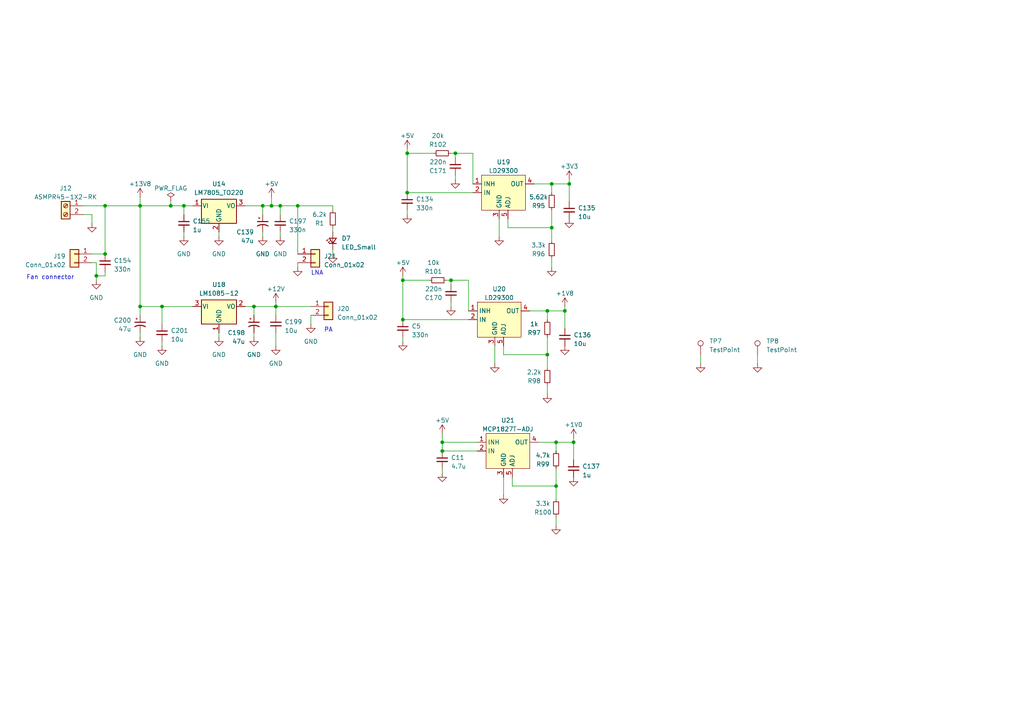
<source format=kicad_sch>
(kicad_sch (version 20250114) (generator "eeschema") (generator_version "9.0")
  (paper "A4")
  (lib_symbols
    (symbol "BioMEMS:+13V8" (power) (pin_names (offset 0))
      (property "Value" "+13V8" (at 0 3.556 0))
      (symbol "+13V8_0_1"
        (polyline (pts (xy -0.762 1.27) (xy 0 2.54)))
        (polyline (pts (xy 0 2.54) (xy 0.762 1.27)))
        (polyline (pts (xy 0 0) (xy 0 2.54)))
      )
      (symbol "+13V8_1_1"
        (pin power_in line (at 0 0 90) (length 0) (hide yes) (name "+13V8") (number "1"))
      )
    )
    (symbol "BioMEMS:LD29300"
      (property "Reference" "U" (at 0 0 0))
      (property "Value" "LD29300" (at 0 0 0))
      (symbol "LD29300_1_1"
        (rectangle (start -6.35 -1.27) (end 6.35 -11.43) (fill (type background)))
        (pin input line (at -8.89 -3.81 0) (length 2.54) (name "INH") (number "1"))
        (pin power_in line (at -8.89 -6.35 0) (length 2.54) (name "IN") (number "2"))
        (pin power_in line (at -1.27 -13.97 90) (length 2.54) (name "GND") (number "3"))
        (pin passive line (at -1.27 -13.97 0) (length 0) (hide yes) (name "GND") (number "6"))
        (pin passive line (at 1.27 -13.97 90) (length 2.54) (name "ADJ") (number "5"))
        (pin power_out line (at 8.89 -3.81 180) (length 2.54) (name "OUT") (number "4"))
      )
    )
    (symbol "Connector:Screw_Terminal_01x02" (pin_names (offset 1.016) (hide yes))
      (property "Reference" "J" (at 0 2.54 0))
      (property "Value" "Screw_Terminal_01x02" (at 0 -5.08 0))
      (symbol "Screw_Terminal_01x02_1_1"
        (rectangle (start -1.27 1.27) (end 1.27 -3.81) (stroke (width 0.254)) (fill (type background)))
        (polyline (pts (xy -0.5334 0.3302) (xy 0.3302 -0.508)) (stroke (width 0.1524)))
        (polyline (pts (xy -0.5334 -2.2098) (xy 0.3302 -3.048)) (stroke (width 0.1524)))
        (polyline (pts (xy -0.3556 0.508) (xy 0.508 -0.3302)) (stroke (width 0.1524)))
        (polyline (pts (xy -0.3556 -2.032) (xy 0.508 -2.8702)) (stroke (width 0.1524)))
        (circle (center 0 0) (radius 0.635) (stroke (width 0.1524)))
        (circle (center 0 -2.54) (radius 0.635) (stroke (width 0.1524)))
        (pin passive line (at -5.08 0 0) (length 3.81) (name "Pin_1") (number "1"))
        (pin passive line (at -5.08 -2.54 0) (length 3.81) (name "Pin_2") (number "2"))
      )
    )
    (symbol "Connector:TestPoint" (pin_numbers (hide yes)) (pin_names (offset 0.762) (hide yes))
      (property "Reference" "TP" (at 0 6.858 0))
      (property "Value" "TestPoint" (at 0 5.08 0))
      (symbol "TestPoint_0_1"
        (circle (center 0 3.302) (radius 0.762))
      )
      (symbol "TestPoint_1_1"
        (pin passive line (at 0 0 90) (length 2.54) (name "1") (number "1"))
      )
    )
    (symbol "Connector_Generic:Conn_01x02" (pin_names (offset 1.016) (hide yes))
      (property "Reference" "J" (at 0 2.54 0))
      (property "Value" "Conn_01x02" (at 0 -5.08 0))
      (symbol "Conn_01x02_1_1"
        (rectangle (start -1.27 1.27) (end 1.27 -3.81) (stroke (width 0.254)) (fill (type background)))
        (rectangle (start -1.27 0.127) (end 0 -0.127) (stroke (width 0.1524)))
        (rectangle (start -1.27 -2.413) (end 0 -2.667) (stroke (width 0.1524)))
        (pin passive line (at -5.08 0 0) (length 3.81) (name "Pin_1") (number "1"))
        (pin passive line (at -5.08 -2.54 0) (length 3.81) (name "Pin_2") (number "2"))
      )
    )
    (symbol "Device:C_Polarized_Small_US" (pin_numbers (hide yes)) (pin_names (offset 0.254) (hide yes))
      (property "Reference" "C" (at 0.254 1.778 0))
      (property "Value" "C_Polarized_Small_US" (at 0.254 -2.032 0))
      (symbol "C_Polarized_Small_US_0_1"
        (polyline (pts (xy -1.524 0.508) (xy 1.524 0.508)) (stroke (width 0.3048)))
        (polyline (pts (xy -1.27 1.524) (xy -0.762 1.524)))
        (polyline (pts (xy -1.016 1.27) (xy -1.016 1.778)))
        (arc (start -1.524 -0.762) (mid 0 -0.3734) (end 1.524 -0.762) (stroke (width 0.3048)))
      )
      (symbol "C_Polarized_Small_US_1_1"
        (pin passive line (at 0 2.54 270) (length 2.032) (name "~") (number "1"))
        (pin passive line (at 0 -2.54 90) (length 2.032) (name "~") (number "2"))
      )
    )
    (symbol "Device:C_Small" (pin_numbers (hide yes)) (pin_names (offset 0.254) (hide yes))
      (property "Reference" "C" (at 0.254 1.778 0))
      (property "Value" "C_Small" (at 0.254 -2.032 0))
      (symbol "C_Small_0_1"
        (polyline (pts (xy -1.524 0.508) (xy 1.524 0.508)) (stroke (width 0.3048)))
        (polyline (pts (xy -1.524 -0.508) (xy 1.524 -0.508)) (stroke (width 0.3302)))
      )
      (symbol "C_Small_1_1"
        (pin passive line (at 0 2.54 270) (length 2.032) (name "~") (number "1"))
        (pin passive line (at 0 -2.54 90) (length 2.032) (name "~") (number "2"))
      )
    )
    (symbol "Device:LED_Small" (pin_numbers (hide yes)) (pin_names (offset 0.254) (hide yes))
      (property "Reference" "D" (at -1.27 3.175 0))
      (property "Value" "LED_Small" (at -4.445 -2.54 0))
      (symbol "LED_Small_0_1"
        (polyline (pts (xy -0.762 -1.016) (xy -0.762 1.016)) (stroke (width 0.254)))
        (polyline (pts (xy 0 0.762) (xy -0.508 1.27) (xy -0.254 1.27) (xy -0.508 1.27) (xy -0.508 1.016)))
        (polyline (pts (xy 0.508 1.27) (xy 0 1.778) (xy 0.254 1.778) (xy 0 1.778) (xy 0 1.524)))
        (polyline (pts (xy 0.762 -1.016) (xy -0.762 0) (xy 0.762 1.016) (xy 0.762 -1.016)) (stroke (width 0.254)))
        (polyline (pts (xy 1.016 0) (xy -0.762 0)))
      )
      (symbol "LED_Small_1_1"
        (pin passive line (at -2.54 0 0) (length 1.778) (name "K") (number "1"))
        (pin passive line (at 2.54 0 180) (length 1.778) (name "A") (number "2"))
      )
    )
    (symbol "Device:R_Small" (pin_numbers (hide yes)) (pin_names (offset 0.254) (hide yes))
      (property "Reference" "R" (at 0.762 0.508 0))
      (property "Value" "R_Small" (at 0.762 -1.016 0))
      (symbol "R_Small_0_1"
        (rectangle (start -0.762 1.778) (end 0.762 -1.778) (stroke (width 0.2032)))
      )
      (symbol "R_Small_1_1"
        (pin passive line (at 0 2.54 270) (length 0.762) (name "~") (number "1"))
        (pin passive line (at 0 -2.54 90) (length 0.762) (name "~") (number "2"))
      )
    )
    (symbol "Regulator_Linear:LM1085-12" (pin_names (offset 0.254))
      (property "Reference" "U" (at -3.81 3.175 0))
      (property "Value" "LM1085-12" (at 0 3.175 0))
      (symbol "LM1085-12_0_1"
        (rectangle (start -5.08 1.905) (end 5.08 -5.08) (stroke (width 0.254)) (fill (type background)))
      )
      (symbol "LM1085-12_1_1"
        (pin power_in line (at -7.62 0 0) (length 2.54) (name "VI") (number "3"))
        (pin power_in line (at 0 -7.62 90) (length 2.54) (name "GND") (number "1"))
        (pin power_out line (at 7.62 0 180) (length 2.54) (name "VO") (number "2"))
      )
    )
    (symbol "Regulator_Linear:LM7805_TO220" (pin_names (offset 0.254))
      (property "Reference" "U" (at -3.81 3.175 0))
      (property "Value" "LM7805_TO220" (at 0 3.175 0))
      (symbol "LM7805_TO220_0_1"
        (rectangle (start -5.08 1.905) (end 5.08 -5.08) (stroke (width 0.254)) (fill (type background)))
      )
      (symbol "LM7805_TO220_1_1"
        (pin power_in line (at -7.62 0 0) (length 2.54) (name "VI") (number "1"))
        (pin power_in line (at 0 -7.62 90) (length 2.54) (name "GND") (number "2"))
        (pin power_out line (at 7.62 0 180) (length 2.54) (name "VO") (number "3"))
      )
    )
    (symbol "power:+12V" (power) (pin_names (offset 0))
      (property "Value" "+12V" (at 0 3.556 0))
      (symbol "+12V_0_1"
        (polyline (pts (xy -0.762 1.27) (xy 0 2.54)))
        (polyline (pts (xy 0 2.54) (xy 0.762 1.27)))
        (polyline (pts (xy 0 0) (xy 0 2.54)))
      )
      (symbol "+12V_1_1"
        (pin power_in line (at 0 0 90) (length 0) (hide yes) (name "+12V") (number "1"))
      )
    )
    (symbol "power:+1V0" (power) (pin_names (offset 0))
      (property "Value" "+1V0" (at 0 3.556 0))
      (symbol "+1V0_0_1"
        (polyline (pts (xy -0.762 1.27) (xy 0 2.54)))
        (polyline (pts (xy 0 2.54) (xy 0.762 1.27)))
        (polyline (pts (xy 0 0) (xy 0 2.54)))
      )
      (symbol "+1V0_1_1"
        (pin power_in line (at 0 0 90) (length 0) (hide yes) (name "+1V0") (number "1"))
      )
    )
    (symbol "power:+1V8" (power) (pin_names (offset 0))
      (property "Value" "+1V8" (at 0 3.556 0))
      (symbol "+1V8_0_1"
        (polyline (pts (xy -0.762 1.27) (xy 0 2.54)))
        (polyline (pts (xy 0 2.54) (xy 0.762 1.27)))
        (polyline (pts (xy 0 0) (xy 0 2.54)))
      )
      (symbol "+1V8_1_1"
        (pin power_in line (at 0 0 90) (length 0) (hide yes) (name "+1V8") (number "1"))
      )
    )
    (symbol "power:+3V3" (power) (pin_names (offset 0))
      (property "Value" "+3V3" (at 0 3.556 0))
      (symbol "+3V3_0_1"
        (polyline (pts (xy -0.762 1.27) (xy 0 2.54)))
        (polyline (pts (xy 0 2.54) (xy 0.762 1.27)))
        (polyline (pts (xy 0 0) (xy 0 2.54)))
      )
      (symbol "+3V3_1_1"
        (pin power_in line (at 0 0 90) (length 0) (hide yes) (name "+3V3") (number "1"))
      )
    )
    (symbol "power:+5V" (power) (pin_names (offset 0))
      (property "Value" "+5V" (at 0 3.556 0))
      (symbol "+5V_0_1"
        (polyline (pts (xy -0.762 1.27) (xy 0 2.54)))
        (polyline (pts (xy 0 2.54) (xy 0.762 1.27)))
        (polyline (pts (xy 0 0) (xy 0 2.54)))
      )
      (symbol "+5V_1_1"
        (pin power_in line (at 0 0 90) (length 0) (hide yes) (name "+5V") (number "1"))
      )
    )
    (symbol "power:GND" (power) (pin_names (offset 0))
      (property "Value" "GND" (at 0 -3.81 0))
      (symbol "GND_0_1"
        (polyline (pts (xy 0 0) (xy 0 -1.27) (xy 1.27 -1.27) (xy 0 -2.54) (xy -1.27 -1.27) (xy 0 -1.27)))
      )
      (symbol "GND_1_1"
        (pin power_in line (at 0 0 270) (length 0) (hide yes) (name "GND") (number "1"))
      )
    )
    (symbol "power:PWR_FLAG" (power) (pin_numbers (hide yes)) (pin_names (offset 0) (hide yes))
      (property "Value" "PWR_FLAG" (at 0 3.81 0))
      (symbol "PWR_FLAG_0_0"
        (pin power_out line (at 0 0 90) (length 0) (name "pwr") (number "1"))
      )
      (symbol "PWR_FLAG_0_1"
        (polyline (pts (xy 0 0) (xy 0 1.27) (xy -1.016 1.905) (xy 0 2.54) (xy 1.016 1.905) (xy 0 1.27)))
      )
    )
  )
  (text "Fan connector" (at 7.62 81.28 0) (effects (font (size 1.27 1.27)) (justify left bottom)))
  (text "LNA" (at 90.17 80.01 0) (effects (font (size 1.27 1.27)) (justify left bottom)))
  (text "PA" (at 93.98 96.52 0) (effects (font (size 1.27 1.27)) (justify left bottom)))
  (junction (at 161.29 128.27))
  (junction (at 76.2 59.69))
  (junction (at 163.83 90.17))
  (junction (at 27.94 80.01))
  (junction (at 81.28 59.69))
  (junction (at 161.29 140.97))
  (junction (at 116.84 92.71))
  (junction (at 80.01 88.9))
  (junction (at 40.64 88.9))
  (junction (at 53.34 59.69))
  (junction (at 30.48 73.66))
  (junction (at 130.81 81.28))
  (junction (at 86.36 59.69))
  (junction (at 78.74 59.69))
  (junction (at 118.11 55.88))
  (junction (at 116.84 81.28))
  (junction (at 132.08 44.45))
  (junction (at 118.11 44.45))
  (junction (at 73.66 88.9))
  (junction (at 49.53 59.69))
  (junction (at 165.1 53.34))
  (junction (at 46.99 88.9))
  (junction (at 160.02 66.04))
  (junction (at 128.27 130.81))
  (junction (at 166.37 128.27))
  (junction (at 158.75 90.17))
  (junction (at 30.48 59.69))
  (junction (at 40.64 59.69))
  (junction (at 160.02 53.34))
  (junction (at 128.27 128.27))
  (junction (at 158.75 102.87))
  (wire (pts (xy 40.64 96.52) (xy 40.64 97.79)))
  (wire (pts (xy 137.16 53.34) (xy 137.16 44.45)))
  (wire (pts (xy 86.36 76.2) (xy 86.36 77.47)))
  (wire (pts (xy 165.1 52.07) (xy 165.1 53.34)))
  (wire (pts (xy 147.32 63.5) (xy 147.32 66.04)))
  (wire (pts (xy 63.5 96.52) (xy 63.5 97.79)))
  (wire (pts (xy 27.94 76.2) (xy 26.67 76.2)))
  (wire (pts (xy 135.89 81.28) (xy 130.81 81.28)))
  (wire (pts (xy 165.1 53.34) (xy 165.1 58.42)))
  (wire (pts (xy 129.54 81.28) (xy 130.81 81.28)))
  (wire (pts (xy 128.27 125.73) (xy 128.27 128.27)))
  (wire (pts (xy 116.84 81.28) (xy 124.46 81.28)))
  (wire (pts (xy 96.52 59.69) (xy 96.52 60.96)))
  (wire (pts (xy 53.34 67.31) (xy 53.34 68.58)))
  (wire (pts (xy 90.17 91.44) (xy 90.17 93.98)))
  (wire (pts (xy 158.75 102.87) (xy 158.75 97.79)))
  (wire (pts (xy 76.2 59.69) (xy 76.2 62.23)))
  (wire (pts (xy 128.27 128.27) (xy 128.27 130.81)))
  (wire (pts (xy 73.66 88.9) (xy 80.01 88.9)))
  (wire (pts (xy 163.83 90.17) (xy 163.83 95.25)))
  (wire (pts (xy 118.11 43.18) (xy 118.11 44.45)))
  (wire (pts (xy 153.67 90.17) (xy 158.75 90.17)))
  (wire (pts (xy 137.16 44.45) (xy 132.08 44.45)))
  (wire (pts (xy 80.01 96.52) (xy 80.01 100.33)))
  (wire (pts (xy 156.21 128.27) (xy 161.29 128.27)))
  (wire (pts (xy 81.28 67.31) (xy 81.28 68.58)))
  (wire (pts (xy 160.02 66.04) (xy 160.02 60.96)))
  (wire (pts (xy 148.59 140.97) (xy 161.29 140.97)))
  (wire (pts (xy 49.53 59.69) (xy 53.34 59.69)))
  (wire (pts (xy 219.71 102.87) (xy 219.71 105.41)))
  (wire (pts (xy 166.37 128.27) (xy 166.37 133.35)))
  (wire (pts (xy 130.81 87.63) (xy 130.81 88.9)))
  (wire (pts (xy 81.28 59.69) (xy 78.74 59.69)))
  (wire (pts (xy 161.29 149.86) (xy 161.29 152.4)))
  (wire (pts (xy 160.02 66.04) (xy 160.02 69.85)))
  (wire (pts (xy 96.52 66.04) (xy 96.52 67.31)))
  (wire (pts (xy 146.05 102.87) (xy 158.75 102.87)))
  (wire (pts (xy 76.2 59.69) (xy 78.74 59.69)))
  (wire (pts (xy 135.89 90.17) (xy 135.89 81.28)))
  (wire (pts (xy 80.01 87.63) (xy 80.01 88.9)))
  (wire (pts (xy 118.11 44.45) (xy 125.73 44.45)))
  (wire (pts (xy 130.81 81.28) (xy 130.81 82.55)))
  (wire (pts (xy 118.11 55.88) (xy 137.16 55.88)))
  (wire (pts (xy 132.08 44.45) (xy 132.08 45.72)))
  (wire (pts (xy 161.29 140.97) (xy 161.29 135.89)))
  (wire (pts (xy 130.81 44.45) (xy 132.08 44.45)))
  (wire (pts (xy 96.52 72.39) (xy 96.52 73.66)))
  (wire (pts (xy 40.64 59.69) (xy 40.64 88.9)))
  (wire (pts (xy 116.84 81.28) (xy 116.84 92.71)))
  (wire (pts (xy 154.94 53.34) (xy 160.02 53.34)))
  (wire (pts (xy 73.66 88.9) (xy 73.66 91.44)))
  (wire (pts (xy 53.34 59.69) (xy 53.34 62.23)))
  (wire (pts (xy 46.99 88.9) (xy 55.88 88.9)))
  (wire (pts (xy 86.36 59.69) (xy 81.28 59.69)))
  (wire (pts (xy 40.64 88.9) (xy 40.64 91.44)))
  (wire (pts (xy 118.11 60.96) (xy 118.11 62.23)))
  (wire (pts (xy 30.48 80.01) (xy 27.94 80.01)))
  (wire (pts (xy 132.08 50.8) (xy 132.08 52.07)))
  (wire (pts (xy 158.75 90.17) (xy 158.75 92.71)))
  (wire (pts (xy 49.53 58.42) (xy 49.53 59.69)))
  (wire (pts (xy 116.84 92.71) (xy 135.89 92.71)))
  (wire (pts (xy 30.48 73.66) (xy 30.48 59.69)))
  (wire (pts (xy 80.01 88.9) (xy 90.17 88.9)))
  (wire (pts (xy 166.37 127) (xy 166.37 128.27)))
  (wire (pts (xy 128.27 128.27) (xy 138.43 128.27)))
  (wire (pts (xy 147.32 66.04) (xy 160.02 66.04)))
  (wire (pts (xy 144.78 63.5) (xy 144.78 68.58)))
  (wire (pts (xy 78.74 57.15) (xy 78.74 59.69)))
  (wire (pts (xy 161.29 140.97) (xy 161.29 144.78)))
  (wire (pts (xy 96.52 59.69) (xy 86.36 59.69)))
  (wire (pts (xy 40.64 88.9) (xy 46.99 88.9)))
  (wire (pts (xy 160.02 53.34) (xy 160.02 55.88)))
  (wire (pts (xy 128.27 135.89) (xy 128.27 137.16)))
  (wire (pts (xy 128.27 130.81) (xy 138.43 130.81)))
  (wire (pts (xy 158.75 111.76) (xy 158.75 114.3)))
  (wire (pts (xy 116.84 97.79) (xy 116.84 99.06)))
  (wire (pts (xy 160.02 74.93) (xy 160.02 77.47)))
  (wire (pts (xy 146.05 138.43) (xy 146.05 143.51)))
  (wire (pts (xy 40.64 57.15) (xy 40.64 59.69)))
  (wire (pts (xy 81.28 59.69) (xy 81.28 62.23)))
  (wire (pts (xy 158.75 102.87) (xy 158.75 106.68)))
  (wire (pts (xy 26.67 62.23) (xy 26.67 64.77)))
  (wire (pts (xy 143.51 100.33) (xy 143.51 105.41)))
  (wire (pts (xy 163.83 88.9) (xy 163.83 90.17)))
  (wire (pts (xy 148.59 138.43) (xy 148.59 140.97)))
  (wire (pts (xy 146.05 100.33) (xy 146.05 102.87)))
  (wire (pts (xy 71.12 59.69) (xy 76.2 59.69)))
  (wire (pts (xy 26.67 73.66) (xy 30.48 73.66)))
  (wire (pts (xy 30.48 59.69) (xy 24.13 59.69)))
  (wire (pts (xy 158.75 90.17) (xy 163.83 90.17)))
  (wire (pts (xy 161.29 128.27) (xy 161.29 130.81)))
  (wire (pts (xy 73.66 96.52) (xy 73.66 97.79)))
  (wire (pts (xy 203.2 102.87) (xy 203.2 105.41)))
  (wire (pts (xy 26.67 62.23) (xy 24.13 62.23)))
  (wire (pts (xy 46.99 88.9) (xy 46.99 93.98)))
  (wire (pts (xy 30.48 59.69) (xy 40.64 59.69)))
  (wire (pts (xy 161.29 128.27) (xy 166.37 128.27)))
  (wire (pts (xy 63.5 67.31) (xy 63.5 68.58)))
  (wire (pts (xy 160.02 53.34) (xy 165.1 53.34)))
  (wire (pts (xy 40.64 59.69) (xy 49.53 59.69)))
  (wire (pts (xy 27.94 80.01) (xy 27.94 76.2)))
  (wire (pts (xy 80.01 88.9) (xy 80.01 91.44)))
  (wire (pts (xy 118.11 44.45) (xy 118.11 55.88)))
  (wire (pts (xy 86.36 59.69) (xy 86.36 73.66)))
  (wire (pts (xy 30.48 78.74) (xy 30.48 80.01)))
  (wire (pts (xy 55.88 59.69) (xy 53.34 59.69)))
  (wire (pts (xy 46.99 99.06) (xy 46.99 100.33)))
  (wire (pts (xy 27.94 81.28) (xy 27.94 80.01)))
  (wire (pts (xy 76.2 67.31) (xy 76.2 68.58)))
  (wire (pts (xy 71.12 88.9) (xy 73.66 88.9)))
  (wire (pts (xy 116.84 80.01) (xy 116.84 81.28)))
  (symbol (lib_id "power:+1V0") (at 166.37 127 0) (unit 1)
    (property "Reference" "#PWR0266" (effects (hide yes)))
    (property "Value" "+1V0" (at 166.37 123.19 0))
  )
  (symbol (lib_id "power:GND") (at 165.1 63.5 0) (mirror y) (unit 1)
    (property "Reference" "#PWR0192" (effects (hide yes)))
    (property "Value" "GND" (effects (hide yes)))
    (instances (project "probe-preamp" (path "" (reference "#PWR015") (unit 1))) (project "MR-Core" (path "" (reference "#PWR0192") (unit 1))) (project "integrated_probe" (path "" (reference "#PWR022") (unit 1))))
  )
  (symbol (lib_id "Device:C_Small") (at 118.11 58.42 0) (unit 1)
    (property "Reference" "C134" (at 120.65 57.7913 0) (effects (justify left)))
    (property "Value" "330n" (at 120.65 60.3313 0) (effects (justify left)))
    (property "Footprint" "Capacitor_SMD:C_0603_1608Metric" (effects (hide yes)))
  )
  (symbol (lib_id "power:GND") (at 130.81 88.9 0) (mirror y) (unit 1)
    (property "Reference" "#PWR0271" (effects (hide yes)))
    (property "Value" "GND" (effects (hide yes)))
    (instances (project "probe-preamp" (path "" (reference "#PWR015") (unit 1))) (project "MR-Core" (path "" (reference "#PWR0271") (unit 1))) (project "integrated_probe" (path "" (reference "#PWR022") (unit 1))))
  )
  (symbol (lib_id "Device:R_Small") (at 127 81.28 270) (unit 1)
    (property "Reference" "R101" (at 125.73 78.74 90))
    (property "Value" "10k" (at 125.73 76.2 90))
    (property "Footprint" "Resistor_SMD:R_0603_1608Metric" (effects (hide yes)))
    (instances (project "MR-Core" (path "" (reference "R101") (unit 1))) (project "integrated_probe" (path "" (reference "R1") (unit 1))))
  )
  (symbol (lib_id "power:GND") (at 86.36 77.47 0) (mirror y) (unit 1)
    (property "Reference" "#PWR0298" (effects (hide yes)))
    (property "Value" "GND" (effects (hide yes)))
    (instances (project "probe-preamp" (path "" (reference "#PWR015") (unit 1))) (project "MR-Core" (path "" (reference "#PWR0298") (unit 1))) (project "integrated_probe" (path "" (reference "#PWR022") (unit 1))))
  )
  (symbol (lib_id "Device:LED_Small") (at 96.52 69.85 90) (unit 1)
    (property "Reference" "D7" (at 99.06 69.1515 90) (effects (justify right)))
    (property "Value" "LED_Small" (at 99.06 71.6915 90) (effects (justify right)))
    (property "Footprint" "LED_SMD:LED_0603_1608Metric" (effects (hide yes)))
  )
  (symbol (lib_id "power:GND") (at 53.34 68.58 0) (mirror y) (unit 1)
    (property "Reference" "#PWR0287" (effects (hide yes)))
    (property "Value" "GND" (at 53.34 73.66 0))
  )
  (symbol (lib_id "power:GND") (at 73.66 97.79 0) (mirror y) (unit 1)
    (property "Reference" "#PWR0290" (effects (hide yes)))
    (property "Value" "GND" (at 73.66 102.87 0))
  )
  (symbol (lib_id "power:+1V8") (at 163.83 88.9 0) (unit 1)
    (property "Reference" "#PWR0272" (effects (hide yes)))
    (property "Value" "+1V8" (at 163.83 85.09 0))
  )
  (symbol (lib_id "power:+5V") (at 118.11 43.18 0) (unit 1)
    (property "Reference" "#PWR0267" (effects (hide yes)))
    (property "Value" "+5V" (at 118.11 39.37 0))
  )
  (symbol (lib_id "Device:R_Small") (at 160.02 72.39 0) (unit 1)
    (property "Reference" "R96" (at 156.21 73.66 0))
    (property "Value" "3.3k" (at 156.21 71.12 0))
    (property "Footprint" "Resistor_SMD:R_0603_1608Metric" (effects (hide yes)))
    (instances (project "MR-Core" (path "" (reference "R96") (unit 1))) (project "integrated_probe" (path "" (reference "R1") (unit 1))))
  )
  (symbol (lib_id "Device:C_Small") (at 130.81 85.09 180) (unit 1)
    (property "Reference" "C170" (at 123.19 86.36 0) (effects (justify right)))
    (property "Value" "220n" (at 128.27 83.82 0) (effects (justify left)))
    (property "Footprint" "Capacitor_SMD:C_0603_1608Metric" (effects (hide yes)))
    (instances (project "MR-Core" (path "" (reference "C170") (unit 1))) (project "integrated_probe" (path "" (reference "C3") (unit 1))))
  )
  (symbol (lib_id "Device:C_Small") (at 128.27 133.35 0) (unit 1)
    (property "Reference" "C11" (at 130.81 132.7213 0) (effects (justify left)))
    (property "Value" "4.7u" (at 130.81 135.2613 0) (effects (justify left)))
    (property "Footprint" "Capacitor_SMD:C_0603_1608Metric" (effects (hide yes)))
  )
  (symbol (lib_id "BioMEMS:LD29300") (at 144.78 86.36 0) (unit 1)
    (property "Reference" "U20" (at 144.78 83.82 0))
    (property "Value" "LD29300" (at 144.78 86.36 0))
    (property "Footprint" "BioMEMS:P2PAK" (effects (hide yes)))
    (property "Datasheet" "https://www.mouser.com/datasheet/2/389/ld29300-1849619.pdf" (effects (hide yes)))
  )
  (symbol (lib_id "Device:R_Small") (at 161.29 147.32 0) (unit 1)
    (property "Reference" "R100" (at 157.48 148.59 0))
    (property "Value" "3.3k" (at 157.48 146.05 0))
    (property "Footprint" "Resistor_SMD:R_0603_1608Metric" (effects (hide yes)))
    (instances (project "MR-Core" (path "" (reference "R100") (unit 1))) (project "integrated_probe" (path "" (reference "R1") (unit 1))))
  )
  (symbol (lib_id "BioMEMS:LD29300") (at 146.05 49.53 0) (unit 1)
    (property "Reference" "U19" (at 146.05 46.99 0))
    (property "Value" "LD29300" (at 146.05 49.53 0))
    (property "Footprint" "BioMEMS:P2PAK" (effects (hide yes)))
    (property "Datasheet" "https://www.mouser.com/datasheet/2/389/ld29300-1849619.pdf" (effects (hide yes)))
  )
  (symbol (lib_id "power:GND") (at 40.64 97.79 0) (mirror y) (unit 1)
    (property "Reference" "#PWR0293" (effects (hide yes)))
    (property "Value" "GND" (at 40.64 102.87 0))
  )
  (symbol (lib_id "power:GND") (at 90.17 93.98 0) (mirror y) (unit 1)
    (property "Reference" "#PWR0297" (effects (hide yes)))
    (property "Value" "GND" (at 90.17 99.06 0))
  )
  (symbol (lib_id "power:GND") (at 128.27 137.16 0) (mirror y) (unit 1)
    (property "Reference" "#PWR0190" (effects (hide yes)))
    (property "Value" "GND" (effects (hide yes)))
    (instances (project "probe-preamp" (path "" (reference "#PWR015") (unit 1))) (project "MR-Core" (path "" (reference "#PWR0190") (unit 1))) (project "integrated_probe" (path "" (reference "#PWR022") (unit 1))))
  )
  (symbol (lib_id "power:GND") (at 116.84 99.06 0) (mirror y) (unit 1)
    (property "Reference" "#PWR0189" (effects (hide yes)))
    (property "Value" "GND" (effects (hide yes)))
    (instances (project "probe-preamp" (path "" (reference "#PWR015") (unit 1))) (project "MR-Core" (path "" (reference "#PWR0189") (unit 1))) (project "integrated_probe" (path "" (reference "#PWR022") (unit 1))))
  )
  (symbol (lib_id "Device:R_Small") (at 160.02 58.42 0) (unit 1)
    (property "Reference" "R95" (at 156.21 59.69 0))
    (property "Value" "5.62k" (at 156.21 57.15 0))
    (property "Footprint" "Resistor_SMD:R_0603_1608Metric" (effects (hide yes)))
    (instances (project "MR-Core" (path "" (reference "R95") (unit 1))) (project "integrated_probe" (path "" (reference "R1") (unit 1))))
  )
  (symbol (lib_id "Device:C_Small") (at 165.1 60.96 0) (unit 1)
    (property "Reference" "C135" (at 167.64 60.3313 0) (effects (justify left)))
    (property "Value" "10u" (at 167.64 62.8713 0) (effects (justify left)))
    (property "Footprint" "Capacitor_SMD:C_0805_2012Metric" (effects (hide yes)))
  )
  (symbol (lib_id "power:GND") (at 146.05 143.51 0) (mirror y) (unit 1)
    (property "Reference" "#PWR0269" (effects (hide yes)))
    (property "Value" "GND" (effects (hide yes)))
    (instances (project "probe-preamp" (path "" (reference "#PWR015") (unit 1))) (project "MR-Core" (path "" (reference "#PWR0269") (unit 1))) (project "integrated_probe" (path "" (reference "#PWR022") (unit 1))))
  )
  (symbol (lib_id "Device:C_Small") (at 30.48 76.2 0) (unit 1)
    (property "Reference" "C154" (at 33.02 75.5713 0) (effects (justify left)))
    (property "Value" "330n" (at 33.02 78.1113 0) (effects (justify left)))
    (property "Footprint" "Capacitor_SMD:C_0603_1608Metric" (effects (hide yes)))
  )
  (symbol (lib_id "Device:C_Small") (at 163.83 97.79 0) (unit 1)
    (property "Reference" "C136" (at 166.37 97.1613 0) (effects (justify left)))
    (property "Value" "10u" (at 166.37 99.7013 0) (effects (justify left)))
    (property "Footprint" "Capacitor_SMD:C_0805_2012Metric" (effects (hide yes)))
  )
  (symbol (lib_id "Device:C_Polarized_Small_US") (at 73.66 93.98 0) (unit 1)
    (property "Reference" "C198" (at 71.12 96.52 0) (effects (justify right)))
    (property "Value" "47u" (at 71.12 99.06 0) (effects (justify right)))
    (property "Footprint" "Capacitor_THT:CP_Radial_D8.0mm_P3.50mm" (effects (hide yes)))
    (property "MPN" "870575774003" (effects (hide yes)))
  )
  (symbol (lib_id "Device:R_Small") (at 128.27 44.45 270) (unit 1)
    (property "Reference" "R102" (at 127 41.91 90))
    (property "Value" "20k" (at 127 39.37 90))
    (property "Footprint" "Resistor_SMD:R_0603_1608Metric" (effects (hide yes)))
    (instances (project "MR-Core" (path "" (reference "R102") (unit 1))) (project "integrated_probe" (path "" (reference "R1") (unit 1))))
  )
  (symbol (lib_id "power:GND") (at 81.28 68.58 0) (mirror y) (unit 1)
    (property "Reference" "#PWR0289" (effects (hide yes)))
    (property "Value" "GND" (at 81.28 73.66 0))
  )
  (symbol (lib_id "Connector:Screw_Terminal_01x02") (at 19.05 59.69 0) (mirror y) (unit 1)
    (property "Reference" "J12" (at 19.05 54.61 0))
    (property "Value" "ASMPR45-1X2-RK" (at 19.05 57.15 0))
    (property "Footprint" "BioMEMS:Powerpole_1x2" (effects (hide yes)))
  )
  (symbol (lib_id "power:GND") (at 118.11 62.23 0) (mirror y) (unit 1)
    (property "Reference" "#PWR0191" (effects (hide yes)))
    (property "Value" "GND" (effects (hide yes)))
    (instances (project "probe-preamp" (path "" (reference "#PWR015") (unit 1))) (project "MR-Core" (path "" (reference "#PWR0191") (unit 1))) (project "integrated_probe" (path "" (reference "#PWR022") (unit 1))))
  )
  (symbol (lib_id "power:GND") (at 76.2 68.58 0) (mirror y) (unit 1)
    (property "Reference" "#PWR0247" (effects (hide yes)))
    (property "Value" "GND" (at 76.2 73.66 0))
  )
  (symbol (lib_id "power:GND") (at 26.67 64.77 0) (mirror y) (unit 1)
    (property "Reference" "#PWR033" (effects (hide yes)))
    (property "Value" "GND" (effects (hide yes)))
    (instances (project "probe-preamp" (path "" (reference "#PWR015") (unit 1))) (project "MR-Core" (path "" (reference "#PWR033") (unit 1))) (project "integrated_probe" (path "" (reference "#PWR022") (unit 1))))
  )
  (symbol (lib_id "power:+5V") (at 128.27 125.73 0) (unit 1)
    (property "Reference" "#PWR0273" (effects (hide yes)))
    (property "Value" "+5V" (at 128.27 121.92 0))
  )
  (symbol (lib_id "power:GND") (at 163.83 100.33 0) (mirror y) (unit 1)
    (property "Reference" "#PWR0193" (effects (hide yes)))
    (property "Value" "GND" (effects (hide yes)))
    (instances (project "probe-preamp" (path "" (reference "#PWR015") (unit 1))) (project "MR-Core" (path "" (reference "#PWR0193") (unit 1))) (project "integrated_probe" (path "" (reference "#PWR022") (unit 1))))
  )
  (symbol (lib_id "power:GND") (at 158.75 114.3 0) (mirror y) (unit 1)
    (property "Reference" "#PWR0265" (effects (hide yes)))
    (property "Value" "GND" (effects (hide yes)))
    (instances (project "probe-preamp" (path "" (reference "#PWR015") (unit 1))) (project "MR-Core" (path "" (reference "#PWR0265") (unit 1))) (project "integrated_probe" (path "" (reference "#PWR022") (unit 1))))
  )
  (symbol (lib_id "power:+12V") (at 80.01 87.63 0) (unit 1)
    (property "Reference" "#PWR0292" (effects (hide yes)))
    (property "Value" "+12V" (at 80.01 83.82 0))
  )
  (symbol (lib_id "Device:C_Small") (at 53.34 64.77 0) (unit 1)
    (property "Reference" "C155" (at 55.88 64.1413 0) (effects (justify left)))
    (property "Value" "1u" (at 55.88 66.6813 0) (effects (justify left)))
    (property "Footprint" "Capacitor_SMD:C_0805_2012Metric" (effects (hide yes)))
  )
  (symbol (lib_id "power:GND") (at 63.5 97.79 0) (mirror y) (unit 1)
    (property "Reference" "#PWR0296" (effects (hide yes)))
    (property "Value" "GND" (at 63.5 102.87 0))
  )
  (symbol (lib_id "Regulator_Linear:LM7805_TO220") (at 63.5 59.69 0) (unit 1)
    (property "Reference" "U14" (at 63.5 53.34 0))
    (property "Value" "LM7805_TO220" (at 63.5 55.88 0))
    (property "Footprint" "BioMEMS:TO-220-3_BottomHeatsink" (effects (hide yes)))
    (property "Datasheet" "https://www.onsemi.cn/PowerSolutions/document/MC7800-D.PDF" (effects (hide yes)))
  )
  (symbol (lib_id "power:GND") (at 166.37 138.43 0) (mirror y) (unit 1)
    (property "Reference" "#PWR0194" (effects (hide yes)))
    (property "Value" "GND" (effects (hide yes)))
    (instances (project "probe-preamp" (path "" (reference "#PWR015") (unit 1))) (project "MR-Core" (path "" (reference "#PWR0194") (unit 1))) (project "integrated_probe" (path "" (reference "#PWR022") (unit 1))))
  )
  (symbol (lib_id "power:GND") (at 96.52 73.66 0) (mirror y) (unit 1)
    (property "Reference" "#PWR038" (effects (hide yes)))
    (property "Value" "GND" (effects (hide yes)))
    (instances (project "probe-preamp" (path "" (reference "#PWR015") (unit 1))) (project "MR-Core" (path "" (reference "#PWR038") (unit 1))) (project "integrated_probe" (path "" (reference "#PWR022") (unit 1))))
  )
  (symbol (lib_id "Device:C_Small") (at 46.99 96.52 0) (unit 1)
    (property "Reference" "C201" (at 49.53 95.8913 0) (effects (justify left)))
    (property "Value" "10u" (at 49.53 98.4313 0) (effects (justify left)))
    (property "Footprint" "Capacitor_SMD:C_1206_3216Metric" (effects (hide yes)))
  )
  (symbol (lib_id "Device:C_Polarized_Small_US") (at 76.2 64.77 0) (unit 1)
    (property "Reference" "C139" (at 73.66 67.31 0) (effects (justify right)))
    (property "Value" "47u" (at 73.66 69.85 0) (effects (justify right)))
    (property "Footprint" "Capacitor_THT:CP_Radial_D8.0mm_P3.50mm" (effects (hide yes)))
    (property "MPN" "870575774003" (effects (hide yes)))
  )
  (symbol (lib_id "Device:C_Small") (at 81.28 64.77 0) (unit 1)
    (property "Reference" "C197" (at 83.82 64.1413 0) (effects (justify left)))
    (property "Value" "330n" (at 83.82 66.6813 0) (effects (justify left)))
    (property "Footprint" "Capacitor_SMD:C_0603_1608Metric" (effects (hide yes)))
  )
  (symbol (lib_id "power:GND") (at 46.99 100.33 0) (mirror y) (unit 1)
    (property "Reference" "#PWR0294" (effects (hide yes)))
    (property "Value" "GND" (at 46.99 105.41 0))
  )
  (symbol (lib_id "Device:C_Small") (at 166.37 135.89 0) (unit 1)
    (property "Reference" "C137" (at 168.91 135.2613 0) (effects (justify left)))
    (property "Value" "1u" (at 168.91 137.8013 0) (effects (justify left)))
    (property "Footprint" "Capacitor_SMD:C_0805_2012Metric" (effects (hide yes)))
  )
  (symbol (lib_id "Device:R_Small") (at 158.75 109.22 0) (unit 1)
    (property "Reference" "R98" (at 154.94 110.49 0))
    (property "Value" "2.2k" (at 154.94 107.95 0))
    (property "Footprint" "Resistor_SMD:R_0603_1608Metric" (effects (hide yes)))
    (instances (project "MR-Core" (path "" (reference "R98") (unit 1))) (project "integrated_probe" (path "" (reference "R1") (unit 1))))
  )
  (symbol (lib_id "Device:R_Small") (at 158.75 95.25 0) (unit 1)
    (property "Reference" "R97" (at 154.94 96.52 0))
    (property "Value" "1k" (at 154.94 93.98 0))
    (property "Footprint" "Resistor_SMD:R_0603_1608Metric" (effects (hide yes)))
    (instances (project "MR-Core" (path "" (reference "R97") (unit 1))) (project "integrated_probe" (path "" (reference "R1") (unit 1))))
  )
  (symbol (lib_id "power:GND") (at 63.5 68.58 0) (mirror y) (unit 1)
    (property "Reference" "#PWR0295" (effects (hide yes)))
    (property "Value" "GND" (at 63.5 73.66 0))
  )
  (symbol (lib_id "power:PWR_FLAG") (at 49.53 58.42 0) (unit 1)
    (property "Reference" "#FLG07" (effects (hide yes)))
    (property "Value" "PWR_FLAG" (at 49.53 54.61 0))
  )
  (symbol (lib_id "power:GND") (at 143.51 105.41 0) (mirror y) (unit 1)
    (property "Reference" "#PWR0264" (effects (hide yes)))
    (property "Value" "GND" (effects (hide yes)))
    (instances (project "probe-preamp" (path "" (reference "#PWR015") (unit 1))) (project "MR-Core" (path "" (reference "#PWR0264") (unit 1))) (project "integrated_probe" (path "" (reference "#PWR022") (unit 1))))
  )
  (symbol (lib_id "power:GND") (at 144.78 68.58 0) (mirror y) (unit 1)
    (property "Reference" "#PWR0220" (effects (hide yes)))
    (property "Value" "GND" (effects (hide yes)))
    (instances (project "probe-preamp" (path "" (reference "#PWR015") (unit 1))) (project "MR-Core" (path "" (reference "#PWR0220") (unit 1))) (project "integrated_probe" (path "" (reference "#PWR022") (unit 1))))
  )
  (symbol (lib_id "power:GND") (at 160.02 77.47 0) (mirror y) (unit 1)
    (property "Reference" "#PWR0262" (effects (hide yes)))
    (property "Value" "GND" (effects (hide yes)))
    (instances (project "probe-preamp" (path "" (reference "#PWR015") (unit 1))) (project "MR-Core" (path "" (reference "#PWR0262") (unit 1))) (project "integrated_probe" (path "" (reference "#PWR022") (unit 1))))
  )
  (symbol (lib_id "Device:C_Polarized_Small_US") (at 40.64 93.98 0) (unit 1)
    (property "Reference" "C200" (at 38.1 92.9132 0) (effects (justify right)))
    (property "Value" "47u" (at 38.1 95.4532 0) (effects (justify right)))
    (property "Footprint" "Capacitor_THT:CP_Radial_D8.0mm_P3.50mm" (effects (hide yes)))
    (property "MPN" "870575774003" (effects (hide yes)))
  )
  (symbol (lib_id "BioMEMS:+13V8") (at 40.64 57.15 0) (unit 1)
    (property "Reference" "#PWR0288" (effects (hide yes)))
    (property "Value" "+13V8" (at 40.64 53.34 0))
  )
  (symbol (lib_id "power:+3V3") (at 165.1 52.07 0) (unit 1)
    (property "Reference" "#PWR044" (effects (hide yes)))
    (property "Value" "+3V3" (at 165.1 48.26 0))
  )
  (symbol (lib_id "Device:C_Small") (at 132.08 48.26 180) (unit 1)
    (property "Reference" "C171" (at 124.46 49.53 0) (effects (justify right)))
    (property "Value" "220n" (at 129.54 46.99 0) (effects (justify left)))
    (property "Footprint" "Capacitor_SMD:C_0603_1608Metric" (effects (hide yes)))
    (instances (project "MR-Core" (path "" (reference "C171") (unit 1))) (project "integrated_probe" (path "" (reference "C3") (unit 1))))
  )
  (symbol (lib_id "Device:R_Small") (at 161.29 133.35 0) (unit 1)
    (property "Reference" "R99" (at 157.48 134.62 0))
    (property "Value" "4.7k" (at 157.48 132.08 0))
    (property "Footprint" "Resistor_SMD:R_0603_1608Metric" (effects (hide yes)))
    (instances (project "MR-Core" (path "" (reference "R99") (unit 1))) (project "integrated_probe" (path "" (reference "R1") (unit 1))))
  )
  (symbol (lib_id "power:GND") (at 219.71 105.41 0) (mirror y) (unit 1)
    (property "Reference" "#PWR04" (effects (hide yes)))
    (property "Value" "GND" (effects (hide yes)))
    (instances (project "probe-preamp" (path "" (reference "#PWR015") (unit 1))) (project "MR-Core" (path "" (reference "#PWR04") (unit 1))) (project "integrated_probe" (path "" (reference "#PWR022") (unit 1))))
  )
  (symbol (lib_id "Device:C_Small") (at 116.84 95.25 0) (unit 1)
    (property "Reference" "C5" (at 119.38 94.6213 0) (effects (justify left)))
    (property "Value" "330n" (at 119.38 97.1613 0) (effects (justify left)))
    (property "Footprint" "Capacitor_SMD:C_0603_1608Metric" (effects (hide yes)))
  )
  (symbol (lib_id "Connector_Generic:Conn_01x02") (at 91.44 73.66 0) (unit 1)
    (property "Reference" "J21" (at 93.98 74.295 0) (effects (justify left)))
    (property "Value" "Conn_01x02" (at 93.98 76.835 0) (effects (justify left)))
    (property "Footprint" "Connector_JST:JST_XH_B2B-XH-A_1x02_P2.50mm_Vertical" (effects (hide yes)))
  )
  (symbol (lib_id "power:GND") (at 27.94 81.28 0) (mirror y) (unit 1)
    (property "Reference" "#PWR0286" (effects (hide yes)))
    (property "Value" "GND" (at 27.94 86.36 0))
  )
  (symbol (lib_id "power:GND") (at 132.08 52.07 0) (mirror y) (unit 1)
    (property "Reference" "#PWR0274" (effects (hide yes)))
    (property "Value" "GND" (effects (hide yes)))
    (instances (project "probe-preamp" (path "" (reference "#PWR015") (unit 1))) (project "MR-Core" (path "" (reference "#PWR0274") (unit 1))) (project "integrated_probe" (path "" (reference "#PWR022") (unit 1))))
  )
  (symbol (lib_id "power:+5V") (at 116.84 80.01 0) (unit 1)
    (property "Reference" "#PWR0268" (effects (hide yes)))
    (property "Value" "+5V" (at 116.84 76.2 0))
  )
  (symbol (lib_id "Connector_Generic:Conn_01x02") (at 95.25 88.9 0) (unit 1)
    (property "Reference" "J20" (at 97.79 89.535 0) (effects (justify left)))
    (property "Value" "Conn_01x02" (at 97.79 92.075 0) (effects (justify left)))
    (property "Footprint" "Connector_JST:JST_XH_B2B-XH-A_1x02_P2.50mm_Vertical" (effects (hide yes)))
  )
  (symbol (lib_id "power:+5V") (at 78.74 57.15 0) (unit 1)
    (property "Reference" "#PWR037" (effects (hide yes)))
    (property "Value" "+5V" (at 78.74 53.34 0))
  )
  (symbol (lib_id "power:GND") (at 161.29 152.4 0) (mirror y) (unit 1)
    (property "Reference" "#PWR0270" (effects (hide yes)))
    (property "Value" "GND" (effects (hide yes)))
    (instances (project "probe-preamp" (path "" (reference "#PWR015") (unit 1))) (project "MR-Core" (path "" (reference "#PWR0270") (unit 1))) (project "integrated_probe" (path "" (reference "#PWR022") (unit 1))))
  )
  (symbol (lib_id "power:GND") (at 80.01 100.33 0) (mirror y) (unit 1)
    (property "Reference" "#PWR0291" (effects (hide yes)))
    (property "Value" "GND" (at 80.01 105.41 0))
  )
  (symbol (lib_id "Device:R_Small") (at 96.52 63.5 0) (unit 1)
    (property "Reference" "R1" (at 92.71 64.77 0))
    (property "Value" "6.2k" (at 92.71 62.23 0))
    (property "Footprint" "Resistor_SMD:R_0603_1608Metric" (effects (hide yes)))
  )
  (symbol (lib_id "Connector:TestPoint") (at 203.2 102.87 0) (unit 1)
    (property "Reference" "TP7" (at 205.74 98.933 0) (effects (justify left)))
    (property "Value" "TestPoint" (at 205.74 101.473 0) (effects (justify left)))
    (property "Footprint" "TestPoint:TestPoint_THTPad_D2.0mm_Drill1.0mm" (effects (hide yes)))
  )
  (symbol (lib_id "Connector_Generic:Conn_01x02") (at 21.59 73.66 0) (mirror y) (unit 1)
    (property "Reference" "J19" (at 19.05 74.295 0) (effects (justify left)))
    (property "Value" "Conn_01x02" (at 19.05 76.835 0) (effects (justify left)))
    (property "Footprint" "Connector_JST:JST_XH_B2B-XH-A_1x02_P2.50mm_Vertical" (effects (hide yes)))
  )
  (symbol (lib_id "BioMEMS:LD29300") (at 147.32 124.46 0) (unit 1)
    (property "Reference" "U21" (at 147.32 121.92 0))
    (property "Value" "MCP1827T-ADJ" (at 147.32 124.46 0))
    (property "Footprint" "BioMEMS:P2PAK" (effects (hide yes)))
    (property "Datasheet" "https://www.mouser.com/datasheet/2/389/ld29300-1849619.pdf" (effects (hide yes)))
  )
  (symbol (lib_id "Regulator_Linear:LM1085-12") (at 63.5 88.9 0) (unit 1)
    (property "Reference" "U18" (at 63.5 82.55 0))
    (property "Value" "LM1085-12" (at 63.5 85.09 0))
    (property "Footprint" "BioMEMS:TO-220-3_BottomHeatsink" (effects (hide yes)))
    (property "Datasheet" "http://www.ti.com/lit/ds/symlink/lm1085.pdf" (effects (hide yes)))
  )
  (symbol (lib_id "Device:C_Small") (at 80.01 93.98 0) (unit 1)
    (property "Reference" "C199" (at 82.55 93.3513 0) (effects (justify left)))
    (property "Value" "10u" (at 82.55 95.8913 0) (effects (justify left)))
    (property "Footprint" "Capacitor_SMD:C_0805_2012Metric" (effects (hide yes)))
  )
  (symbol (lib_id "power:GND") (at 203.2 105.41 0) (mirror y) (unit 1)
    (property "Reference" "#PWR03" (effects (hide yes)))
    (property "Value" "GND" (effects (hide yes)))
    (instances (project "probe-preamp" (path "" (reference "#PWR015") (unit 1))) (project "MR-Core" (path "" (reference "#PWR03") (unit 1))) (project "integrated_probe" (path "" (reference "#PWR022") (unit 1))))
  )
  (symbol (lib_id "Connector:TestPoint") (at 219.71 102.87 0) (unit 1)
    (property "Reference" "TP8" (at 222.25 98.933 0) (effects (justify left)))
    (property "Value" "TestPoint" (at 222.25 101.473 0) (effects (justify left)))
    (property "Footprint" "TestPoint:TestPoint_THTPad_D2.0mm_Drill1.0mm" (effects (hide yes)))
  )
)
</source>
